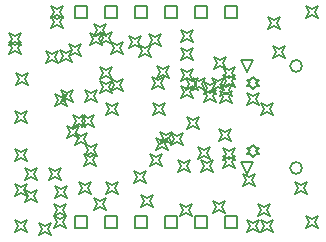
<source format=gbr>
%TF.GenerationSoftware,Altium Limited,Altium Designer,19.0.15 (446)*%
G04 Layer_Color=2752767*
%FSLAX45Y45*%
%MOMM*%
%TF.FileFunction,Drawing*%
%TF.Part,Single*%
G01*
G75*
%TA.AperFunction,NonConductor*%
%ADD74C,0.12700*%
%ADD75C,0.16933*%
D74*
X10363200Y5283200D02*
Y5384800D01*
X10464800D01*
Y5283200D01*
X10363200D01*
X10617200D02*
Y5384800D01*
X10718800D01*
Y5283200D01*
X10617200D01*
X10109200D02*
Y5384800D01*
X10210800D01*
Y5283200D01*
X10109200D01*
X9855200D02*
Y5384800D01*
X9956800D01*
Y5283200D01*
X9855200D01*
X10871200D02*
Y5384800D01*
X10972800D01*
Y5283200D01*
X10871200D01*
X11125200D02*
Y5384800D01*
X11226800D01*
Y5283200D01*
X11125200D01*
X10363200Y7061200D02*
Y7162800D01*
X10464800D01*
Y7061200D01*
X10363200D01*
X10617200D02*
Y7162800D01*
X10718800D01*
Y7061200D01*
X10617200D01*
X10109200D02*
Y7162800D01*
X10210800D01*
Y7061200D01*
X10109200D01*
X9855200D02*
Y7162800D01*
X9956800D01*
Y7061200D01*
X9855200D01*
X10871200D02*
Y7162800D01*
X10972800D01*
Y7061200D01*
X10871200D01*
X11125200D02*
Y7162800D01*
X11226800D01*
Y7061200D01*
X11125200D01*
X11313250Y6604200D02*
X11262450Y6705800D01*
X11364050D01*
X11313250Y6604200D01*
Y5740200D02*
X11262450Y5841800D01*
X11364050D01*
X11313250Y5740200D01*
X11363250Y5883200D02*
X11388650Y5908600D01*
X11414050D01*
X11388650Y5934000D01*
X11414050Y5959400D01*
X11388650D01*
X11363250Y5984800D01*
X11337850Y5959400D01*
X11312450D01*
X11337850Y5934000D01*
X11312450Y5908600D01*
X11337850D01*
X11363250Y5883200D01*
Y6461200D02*
X11388650Y6486600D01*
X11414050D01*
X11388650Y6512000D01*
X11414050Y6537400D01*
X11388650D01*
X11363250Y6562800D01*
X11337850Y6537400D01*
X11312450D01*
X11337850Y6512000D01*
X11312450Y6486600D01*
X11337850D01*
X11363250Y6461200D01*
X9728200Y6690845D02*
X9753600Y6741645D01*
X9728200Y6792445D01*
X9779000Y6767045D01*
X9829800Y6792445D01*
X9804400Y6741645D01*
X9829800Y6690845D01*
X9779000Y6716245D01*
X9728200Y6690845D01*
X11039200Y6632144D02*
X11064600Y6682944D01*
X11039200Y6733744D01*
X11090000Y6708344D01*
X11140800Y6733744D01*
X11115400Y6682944D01*
X11140800Y6632144D01*
X11090000Y6657544D01*
X11039200Y6632144D01*
X11430000Y5245100D02*
X11455400Y5295900D01*
X11430000Y5346700D01*
X11480800Y5321300D01*
X11531600Y5346700D01*
X11506200Y5295900D01*
X11531600Y5245100D01*
X11480800Y5270500D01*
X11430000Y5245100D01*
X11315700D02*
X11341100Y5295900D01*
X11315700Y5346700D01*
X11366500Y5321300D01*
X11417300Y5346700D01*
X11391900Y5295900D01*
X11417300Y5245100D01*
X11366500Y5270500D01*
X11315700Y5245100D01*
X9681168Y5384800D02*
X9706568Y5435600D01*
X9681168Y5486400D01*
X9731968Y5461000D01*
X9782768Y5486400D01*
X9757368Y5435600D01*
X9782768Y5384800D01*
X9731968Y5410200D01*
X9681168Y5384800D01*
Y5281700D02*
X9706568Y5332500D01*
X9681168Y5383300D01*
X9731968Y5357900D01*
X9782768Y5383300D01*
X9757368Y5332500D01*
X9782768Y5281700D01*
X9731968Y5307100D01*
X9681168Y5281700D01*
X10510860Y6461200D02*
X10536260Y6512000D01*
X10510860Y6562800D01*
X10561660Y6537400D01*
X10612460Y6562800D01*
X10587060Y6512000D01*
X10612460Y6461200D01*
X10561660Y6486600D01*
X10510860Y6461200D01*
X10020300Y6908800D02*
X10045700Y6959600D01*
X10020300Y7010400D01*
X10071100Y6985000D01*
X10121900Y7010400D01*
X10096500Y6959600D01*
X10121900Y6908800D01*
X10071100Y6934200D01*
X10020300Y6908800D01*
X10553700Y6553200D02*
X10579100Y6604000D01*
X10553700Y6654800D01*
X10604500Y6629400D01*
X10655300Y6654800D01*
X10629900Y6604000D01*
X10655300Y6553200D01*
X10604500Y6578600D01*
X10553700Y6553200D01*
X10947400Y6350000D02*
X10972800Y6400800D01*
X10947400Y6451600D01*
X10998200Y6426200D01*
X11049000Y6451600D01*
X11023600Y6400800D01*
X11049000Y6350000D01*
X10998200Y6375400D01*
X10947400Y6350000D01*
X11017000Y6455368D02*
X11042400Y6506168D01*
X11017000Y6556968D01*
X11067800Y6531568D01*
X11118600Y6556968D01*
X11093200Y6506168D01*
X11118600Y6455368D01*
X11067800Y6480768D01*
X11017000Y6455368D01*
X11430000Y6235700D02*
X11455400Y6286500D01*
X11430000Y6337300D01*
X11480800Y6311900D01*
X11531600Y6337300D01*
X11506200Y6286500D01*
X11531600Y6235700D01*
X11480800Y6261100D01*
X11430000Y6235700D01*
X10414000Y5461000D02*
X10439400Y5511800D01*
X10414000Y5562600D01*
X10464800Y5537200D01*
X10515600Y5562600D01*
X10490200Y5511800D01*
X10515600Y5461000D01*
X10464800Y5486400D01*
X10414000Y5461000D01*
X10020300Y5435600D02*
X10045700Y5486400D01*
X10020300Y5537200D01*
X10071100Y5511800D01*
X10121900Y5537200D01*
X10096500Y5486400D01*
X10121900Y5435600D01*
X10071100Y5461000D01*
X10020300Y5435600D01*
X11531600Y6718300D02*
X11557000Y6769100D01*
X11531600Y6819900D01*
X11582400Y6794500D01*
X11633200Y6819900D01*
X11607800Y6769100D01*
X11633200Y6718300D01*
X11582400Y6743700D01*
X11531600Y6718300D01*
X11312450Y6324600D02*
X11337850Y6375400D01*
X11312450Y6426200D01*
X11363250Y6400800D01*
X11414050Y6426200D01*
X11388650Y6375400D01*
X11414050Y6324600D01*
X11363250Y6350000D01*
X11312450Y6324600D01*
X11087100Y6337300D02*
X11112500Y6388100D01*
X11087100Y6438900D01*
X11137900Y6413500D01*
X11188700Y6438900D01*
X11163300Y6388100D01*
X11188700Y6337300D01*
X11137900Y6362700D01*
X11087100Y6337300D01*
X11277600Y5635200D02*
X11303000Y5686000D01*
X11277600Y5736800D01*
X11328400Y5711400D01*
X11379200Y5736800D01*
X11353800Y5686000D01*
X11379200Y5635200D01*
X11328400Y5660600D01*
X11277600Y5635200D01*
X11074400Y6019800D02*
X11099800Y6070600D01*
X11074400Y6121400D01*
X11125200Y6096000D01*
X11176000Y6121400D01*
X11150600Y6070600D01*
X11176000Y6019800D01*
X11125200Y6045200D01*
X11074400Y6019800D01*
X11109200Y5861398D02*
X11134600Y5912198D01*
X11109200Y5962998D01*
X11160000Y5937598D01*
X11210800Y5962998D01*
X11185400Y5912198D01*
X11210800Y5861398D01*
X11160000Y5886798D01*
X11109200Y5861398D01*
Y5791200D02*
X11134600Y5842000D01*
X11109200Y5892800D01*
X11160000Y5867400D01*
X11210800Y5892800D01*
X11185400Y5842000D01*
X11210800Y5791200D01*
X11160000Y5816600D01*
X11109200Y5791200D01*
X11722100Y5573800D02*
X11747500Y5624600D01*
X11722100Y5675400D01*
X11772900Y5650000D01*
X11823700Y5675400D01*
X11798300Y5624600D01*
X11823700Y5573800D01*
X11772900Y5599200D01*
X11722100Y5573800D01*
X10497696Y5803900D02*
X10523096Y5854700D01*
X10497696Y5905500D01*
X10548496Y5880100D01*
X10599296Y5905500D01*
X10573896Y5854700D01*
X10599296Y5803900D01*
X10548496Y5829300D01*
X10497696Y5803900D01*
X10160000Y6438900D02*
X10185400Y6489700D01*
X10160000Y6540500D01*
X10210800Y6515100D01*
X10261600Y6540500D01*
X10236200Y6489700D01*
X10261600Y6438900D01*
X10210800Y6464300D01*
X10160000Y6438900D01*
X9944100Y6350000D02*
X9969500Y6400800D01*
X9944100Y6451600D01*
X9994900Y6426200D01*
X10045700Y6451600D01*
X10020300Y6400800D01*
X10045700Y6350000D01*
X9994900Y6375400D01*
X9944100Y6350000D01*
Y5892800D02*
X9969500Y5943600D01*
X9944100Y5994400D01*
X9994900Y5969000D01*
X10045700Y5994400D01*
X10020300Y5943600D01*
X10045700Y5892800D01*
X9994900Y5918200D01*
X9944100Y5892800D01*
X9918700Y6134100D02*
X9944100Y6184900D01*
X9918700Y6235700D01*
X9969500Y6210300D01*
X10020300Y6235700D01*
X9994900Y6184900D01*
X10020300Y6134100D01*
X9969500Y6159500D01*
X9918700Y6134100D01*
X9436100Y5499100D02*
X9461500Y5549900D01*
X9436100Y5600700D01*
X9486900Y5575300D01*
X9537700Y5600700D01*
X9512300Y5549900D01*
X9537700Y5499100D01*
X9486900Y5524500D01*
X9436100Y5499100D01*
X9842500Y6134100D02*
X9867900Y6184900D01*
X9842500Y6235700D01*
X9893300Y6210300D01*
X9944100Y6235700D01*
X9918700Y6184900D01*
X9944100Y6134100D01*
X9893300Y6159500D01*
X9842500Y6134100D01*
X9436100Y5689600D02*
X9461500Y5740400D01*
X9436100Y5791200D01*
X9486900Y5765800D01*
X9537700Y5791200D01*
X9512300Y5740400D01*
X9537700Y5689600D01*
X9486900Y5715000D01*
X9436100Y5689600D01*
X10744200Y5384800D02*
X10769600Y5435600D01*
X10744200Y5486400D01*
X10795000Y5461000D01*
X10845800Y5486400D01*
X10820400Y5435600D01*
X10845800Y5384800D01*
X10795000Y5410200D01*
X10744200Y5384800D01*
X9791700Y6047200D02*
X9817100Y6098000D01*
X9791700Y6148800D01*
X9842500Y6123400D01*
X9893300Y6148800D01*
X9867900Y6098000D01*
X9893300Y6047200D01*
X9842500Y6072600D01*
X9791700Y6047200D01*
X11023600Y5410200D02*
X11049000Y5461000D01*
X11023600Y5511800D01*
X11074400Y5486400D01*
X11125200Y5511800D01*
X11099800Y5461000D01*
X11125200Y5410200D01*
X11074400Y5435600D01*
X11023600Y5410200D01*
X9855200Y5981700D02*
X9880600Y6032500D01*
X9855200Y6083300D01*
X9906000Y6057900D01*
X9956800Y6083300D01*
X9931400Y6032500D01*
X9956800Y5981700D01*
X9906000Y6007100D01*
X9855200Y5981700D01*
X10121900Y5573800D02*
X10147300Y5624600D01*
X10121900Y5675400D01*
X10172700Y5650000D01*
X10223500Y5675400D01*
X10198100Y5624600D01*
X10223500Y5573800D01*
X10172700Y5599200D01*
X10121900Y5573800D01*
X9931400Y5803900D02*
X9956800Y5854700D01*
X9931400Y5905500D01*
X9982200Y5880100D01*
X10033000Y5905500D01*
X10007600Y5854700D01*
X10033000Y5803900D01*
X9982200Y5829300D01*
X9931400Y5803900D01*
X9740900Y6350000D02*
X9766300Y6400800D01*
X9740900Y6451600D01*
X9791700Y6426200D01*
X9842500Y6451600D01*
X9817100Y6400800D01*
X9842500Y6350000D01*
X9791700Y6375400D01*
X9740900Y6350000D01*
X9690100Y6311900D02*
X9715500Y6362700D01*
X9690100Y6413500D01*
X9740900Y6388100D01*
X9791700Y6413500D01*
X9766300Y6362700D01*
X9791700Y6311900D01*
X9740900Y6337300D01*
X9690100Y6311900D01*
X9610457Y6680200D02*
X9635857Y6731000D01*
X9610457Y6781800D01*
X9661257Y6756400D01*
X9712057Y6781800D01*
X9686657Y6731000D01*
X9712057Y6680200D01*
X9661257Y6705600D01*
X9610457Y6680200D01*
X10121900Y6235700D02*
X10147300Y6286500D01*
X10121900Y6337300D01*
X10172700Y6311900D01*
X10223500Y6337300D01*
X10198100Y6286500D01*
X10223500Y6235700D01*
X10172700Y6261100D01*
X10121900Y6235700D01*
X10515600D02*
X10541000Y6286500D01*
X10515600Y6337300D01*
X10566400Y6311900D01*
X10617200Y6337300D01*
X10591800Y6286500D01*
X10617200Y6235700D01*
X10566400Y6261100D01*
X10515600Y6235700D01*
X10071100Y6837205D02*
X10096500Y6888005D01*
X10071100Y6938805D01*
X10121900Y6913405D01*
X10172700Y6938805D01*
X10147300Y6888005D01*
X10172700Y6837205D01*
X10121900Y6862605D01*
X10071100Y6837205D01*
Y6426200D02*
X10096500Y6477000D01*
X10071100Y6527800D01*
X10121900Y6502400D01*
X10172700Y6527800D01*
X10147300Y6477000D01*
X10172700Y6426200D01*
X10121900Y6451600D01*
X10071100Y6426200D01*
X9639300Y5689600D02*
X9664700Y5740400D01*
X9639300Y5791200D01*
X9690100Y5765800D01*
X9740900Y5791200D01*
X9715500Y5740400D01*
X9740900Y5689600D01*
X9690100Y5715000D01*
X9639300Y5689600D01*
X10358222Y5665800D02*
X10383622Y5716600D01*
X10358222Y5767400D01*
X10409022Y5742000D01*
X10459822Y5767400D01*
X10434422Y5716600D01*
X10459822Y5665800D01*
X10409022Y5691200D01*
X10358222Y5665800D01*
X10541000Y5943600D02*
X10566400Y5994400D01*
X10541000Y6045200D01*
X10591800Y6019800D01*
X10642600Y6045200D01*
X10617200Y5994400D01*
X10642600Y5943600D01*
X10591800Y5969000D01*
X10541000Y5943600D01*
X10579100Y5997200D02*
X10604500Y6048000D01*
X10579100Y6098800D01*
X10629900Y6073400D01*
X10680700Y6098800D01*
X10655300Y6048000D01*
X10680700Y5997200D01*
X10629900Y6022600D01*
X10579100Y5997200D01*
X9690100Y5537200D02*
X9715500Y5588000D01*
X9690100Y5638800D01*
X9740900Y5613400D01*
X9791700Y5638800D01*
X9766300Y5588000D01*
X9791700Y5537200D01*
X9740900Y5562600D01*
X9690100Y5537200D01*
X9893300Y5573800D02*
X9918700Y5624600D01*
X9893300Y5675400D01*
X9944100Y5650000D01*
X9994900Y5675400D01*
X9969500Y5624600D01*
X9994900Y5573800D01*
X9944100Y5599200D01*
X9893300Y5573800D01*
X9554200Y5219700D02*
X9579600Y5270500D01*
X9554200Y5321300D01*
X9605000Y5295900D01*
X9655800Y5321300D01*
X9630400Y5270500D01*
X9655800Y5219700D01*
X9605000Y5245100D01*
X9554200Y5219700D01*
X9347200Y5245100D02*
X9372600Y5295900D01*
X9347200Y5346700D01*
X9398000Y5321300D01*
X9448800Y5346700D01*
X9423400Y5295900D01*
X9448800Y5245100D01*
X9398000Y5270500D01*
X9347200Y5245100D01*
Y5549900D02*
X9372600Y5600700D01*
X9347200Y5651500D01*
X9398000Y5626100D01*
X9448800Y5651500D01*
X9423400Y5600700D01*
X9448800Y5549900D01*
X9398000Y5575300D01*
X9347200Y5549900D01*
Y5852200D02*
X9372600Y5903000D01*
X9347200Y5953800D01*
X9398000Y5928400D01*
X9448800Y5953800D01*
X9423400Y5903000D01*
X9448800Y5852200D01*
X9398000Y5877600D01*
X9347200Y5852200D01*
Y6172200D02*
X9372600Y6223000D01*
X9347200Y6273800D01*
X9398000Y6248400D01*
X9448800Y6273800D01*
X9423400Y6223000D01*
X9448800Y6172200D01*
X9398000Y6197600D01*
X9347200Y6172200D01*
X9359900Y6492200D02*
X9385300Y6543000D01*
X9359900Y6593800D01*
X9410700Y6568400D01*
X9461500Y6593800D01*
X9436100Y6543000D01*
X9461500Y6492200D01*
X9410700Y6517600D01*
X9359900Y6492200D01*
X9296400Y6832600D02*
X9321800Y6883400D01*
X9296400Y6934200D01*
X9347200Y6908800D01*
X9398000Y6934200D01*
X9372600Y6883400D01*
X9398000Y6832600D01*
X9347200Y6858000D01*
X9296400Y6832600D01*
Y6753330D02*
X9321800Y6804130D01*
X9296400Y6854930D01*
X9347200Y6829530D01*
X9398000Y6854930D01*
X9372600Y6804130D01*
X9398000Y6753330D01*
X9347200Y6778730D01*
X9296400Y6753330D01*
X9652000Y7061200D02*
X9677400Y7112000D01*
X9652000Y7162800D01*
X9702800Y7137400D01*
X9753600Y7162800D01*
X9728200Y7112000D01*
X9753600Y7061200D01*
X9702800Y7086600D01*
X9652000Y7061200D01*
Y6972300D02*
X9677400Y7023100D01*
X9652000Y7073900D01*
X9702800Y7048500D01*
X9753600Y7073900D01*
X9728200Y7023100D01*
X9753600Y6972300D01*
X9702800Y6997700D01*
X9652000Y6972300D01*
X9809889Y6738211D02*
X9835289Y6789011D01*
X9809889Y6839811D01*
X9860689Y6814411D01*
X9911489Y6839811D01*
X9886089Y6789011D01*
X9911489Y6738211D01*
X9860689Y6763611D01*
X9809889Y6738211D01*
X9982200Y6832600D02*
X10007600Y6883400D01*
X9982200Y6934200D01*
X10033000Y6908800D01*
X10083800Y6934200D01*
X10058400Y6883400D01*
X10083800Y6832600D01*
X10033000Y6858000D01*
X9982200Y6832600D01*
X10071100Y6540500D02*
X10096500Y6591300D01*
X10071100Y6642100D01*
X10121900Y6616700D01*
X10172700Y6642100D01*
X10147300Y6591300D01*
X10172700Y6540500D01*
X10121900Y6565900D01*
X10071100Y6540500D01*
X10401300Y6731000D02*
X10426700Y6781800D01*
X10401300Y6832600D01*
X10452100Y6807200D01*
X10502900Y6832600D01*
X10477500Y6781800D01*
X10502900Y6731000D01*
X10452100Y6756400D01*
X10401300Y6731000D01*
X10312400Y6807200D02*
X10337800Y6858000D01*
X10312400Y6908800D01*
X10363200Y6883400D01*
X10414000Y6908800D01*
X10388600Y6858000D01*
X10414000Y6807200D01*
X10363200Y6832600D01*
X10312400Y6807200D01*
X10160000Y6756400D02*
X10185400Y6807200D01*
X10160000Y6858000D01*
X10210800Y6832600D01*
X10261600Y6858000D01*
X10236200Y6807200D01*
X10261600Y6756400D01*
X10210800Y6781800D01*
X10160000Y6756400D01*
X11493500Y6970800D02*
X11518900Y7021600D01*
X11493500Y7072400D01*
X11544300Y7047000D01*
X11595100Y7072400D01*
X11569700Y7021600D01*
X11595100Y6970800D01*
X11544300Y6996200D01*
X11493500Y6970800D01*
X11811000Y7061200D02*
X11836400Y7112000D01*
X11811000Y7162800D01*
X11861800Y7137400D01*
X11912600Y7162800D01*
X11887200Y7112000D01*
X11912600Y7061200D01*
X11861800Y7086600D01*
X11811000Y7061200D01*
X10896600Y5865800D02*
X10922000Y5916600D01*
X10896600Y5967400D01*
X10947400Y5942000D01*
X10998200Y5967400D01*
X10972800Y5916600D01*
X10998200Y5865800D01*
X10947400Y5891200D01*
X10896600Y5865800D01*
X10807700Y6121400D02*
X10833100Y6172200D01*
X10807700Y6223000D01*
X10858500Y6197600D01*
X10909300Y6223000D01*
X10883900Y6172200D01*
X10909300Y6121400D01*
X10858500Y6146800D01*
X10807700Y6121400D01*
X10668000Y5981700D02*
X10693400Y6032500D01*
X10668000Y6083300D01*
X10718800Y6057900D01*
X10769600Y6083300D01*
X10744200Y6032500D01*
X10769600Y5981700D01*
X10718800Y6007100D01*
X10668000Y5981700D01*
X10731500Y5753100D02*
X10756900Y5803900D01*
X10731500Y5854700D01*
X10782300Y5829300D01*
X10833100Y5854700D01*
X10807700Y5803900D01*
X10833100Y5753100D01*
X10782300Y5778500D01*
X10731500Y5753100D01*
X10922000D02*
X10947400Y5803900D01*
X10922000Y5854700D01*
X10972800Y5829300D01*
X11023600Y5854700D01*
X10998200Y5803900D01*
X11023600Y5753100D01*
X10972800Y5778500D01*
X10922000Y5753100D01*
X11109200Y6540500D02*
X11134600Y6591300D01*
X11109200Y6642100D01*
X11160000Y6616700D01*
X11210800Y6642100D01*
X11185400Y6591300D01*
X11210800Y6540500D01*
X11160000Y6565900D01*
X11109200Y6540500D01*
Y6477000D02*
X11134600Y6527800D01*
X11109200Y6578600D01*
X11160000Y6553200D01*
X11210800Y6578600D01*
X11185400Y6527800D01*
X11210800Y6477000D01*
X11160000Y6502400D01*
X11109200Y6477000D01*
X10487270Y6819900D02*
X10512670Y6870700D01*
X10487270Y6921500D01*
X10538070Y6896100D01*
X10588870Y6921500D01*
X10563470Y6870700D01*
X10588870Y6819900D01*
X10538070Y6845300D01*
X10487270Y6819900D01*
X10752900Y6705600D02*
X10778300Y6756400D01*
X10752900Y6807200D01*
X10803700Y6781800D01*
X10854500Y6807200D01*
X10829100Y6756400D01*
X10854500Y6705600D01*
X10803700Y6731000D01*
X10752900Y6705600D01*
X10756900Y6858000D02*
X10782300Y6908800D01*
X10756900Y6959600D01*
X10807700Y6934200D01*
X10858500Y6959600D01*
X10833100Y6908800D01*
X10858500Y6858000D01*
X10807700Y6883400D01*
X10756900Y6858000D01*
X10752900Y6384100D02*
X10778300Y6434900D01*
X10752900Y6485700D01*
X10803700Y6460300D01*
X10854500Y6485700D01*
X10829100Y6434900D01*
X10854500Y6384100D01*
X10803700Y6409500D01*
X10752900Y6384100D01*
Y6527800D02*
X10778300Y6578600D01*
X10752900Y6629400D01*
X10803700Y6604000D01*
X10854500Y6629400D01*
X10829100Y6578600D01*
X10854500Y6527800D01*
X10803700Y6553200D01*
X10752900Y6527800D01*
X10858500Y6455368D02*
X10883900Y6506168D01*
X10858500Y6556968D01*
X10909300Y6531568D01*
X10960100Y6556968D01*
X10934700Y6506168D01*
X10960100Y6455368D01*
X10909300Y6480768D01*
X10858500Y6455368D01*
X10795000D02*
X10820400Y6506168D01*
X10795000Y6556968D01*
X10845800Y6531568D01*
X10896600Y6556968D01*
X10871200Y6506168D01*
X10896600Y6455368D01*
X10845800Y6480768D01*
X10795000Y6455368D01*
X10947400Y6413500D02*
X10972800Y6464300D01*
X10947400Y6515100D01*
X10998200Y6489700D01*
X11049000Y6515100D01*
X11023600Y6464300D01*
X11049000Y6413500D01*
X10998200Y6438900D01*
X10947400Y6413500D01*
X11087100Y6400800D02*
X11112500Y6451600D01*
X11087100Y6502400D01*
X11137900Y6477000D01*
X11188700Y6502400D01*
X11163300Y6451600D01*
X11188700Y6400800D01*
X11137900Y6426200D01*
X11087100Y6400800D01*
X11404600Y5384800D02*
X11430000Y5435600D01*
X11404600Y5486400D01*
X11455400Y5461000D01*
X11506200Y5486400D01*
X11480800Y5435600D01*
X11506200Y5384800D01*
X11455400Y5410200D01*
X11404600Y5384800D01*
X11811000Y5283200D02*
X11836400Y5334000D01*
X11811000Y5384800D01*
X11861800Y5359400D01*
X11912600Y5384800D01*
X11887200Y5334000D01*
X11912600Y5283200D01*
X11861800Y5308600D01*
X11811000Y5283200D01*
D75*
X11782050Y6655000D02*
G03*
X11782050Y6655000I-50800J0D01*
G01*
Y5791000D02*
G03*
X11782050Y5791000I-50800J0D01*
G01*
%TF.MD5,b572b066dee6ef6b4868b965edc9dab3*%
M02*

</source>
